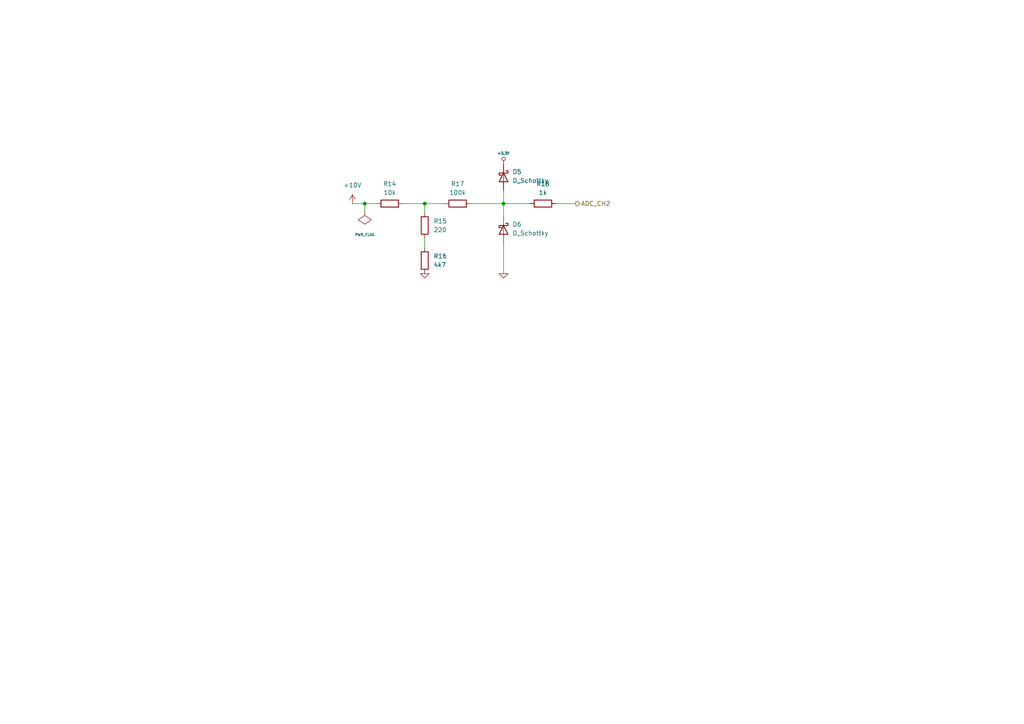
<source format=kicad_sch>
(kicad_sch (version 20211123) (generator eeschema)
  (paper "A4")
  (lib_symbols
    (symbol "Device:D_Schottky" (pin_numbers hide) (pin_names (offset 1.016) hide)
      (property "Reference" "D" (at 0 2.54 0))
      (property "Value" "D_Schottky" (at 0 -2.54 0))
      (symbol "D_Schottky_0_1"
        (polyline (pts (xy 1.27 0) (xy -1.27 0)))
        (polyline (pts (xy 1.27 1.27) (xy 1.27 -1.27) (xy -1.27 0) (xy 1.27 1.27)) (stroke (width 0.254)))
        (polyline (pts (xy -1.905 0.635) (xy -1.905 1.27) (xy -1.27 1.27) (xy -1.27 -1.27) (xy -0.635 -1.27) (xy -0.635 -0.635)) (stroke (width 0.254)))
      )
      (symbol "D_Schottky_1_1"
        (pin passive line (at -3.81 0 0) (length 2.54) (name "K") (number "1"))
        (pin passive line (at 3.81 0 180) (length 2.54) (name "A") (number "2"))
      )
    )
    (symbol "Device:R" (pin_numbers hide) (pin_names (offset 0))
      (property "Reference" "R" (at 2.032 0 90))
      (property "Value" "R" (at 0 0 90))
      (symbol "R_0_1"
        (rectangle (start -1.016 -2.54) (end 1.016 2.54) (stroke (width 0.254)))
      )
      (symbol "R_1_1"
        (pin passive line (at 0 3.81 270) (length 1.27) (name "~") (number "1"))
        (pin passive line (at 0 -3.81 90) (length 1.27) (name "~") (number "2"))
      )
    )
    (symbol "Misc_Poncho_Grande:+3.3V" (power) (pin_names (offset 0))
      (property "Value" "+3.3V" (at 0 2.794 0))
      (symbol "+3.3V_0_0"
        (pin power_in line (at 0 0 90) (length 0) hide (name "+3.3V") (number "1"))
      )
      (symbol "+3.3V_0_1"
        (polyline (pts (xy 0 0) (xy 0 1.016) (xy 0 1.016)))
        (circle (center 0 1.524) (radius 0.508))
      )
    )
    (symbol "Misc_Poncho_Grande:GND" (power) (pin_names (offset 0))
      (symbol "GND_0_1"
        (polyline (pts (xy -1.27 0) (xy 0 -1.27) (xy 1.27 0) (xy -1.27 0)))
      )
      (symbol "GND_1_1"
        (pin power_in line (at 0 0 90) (length 0) hide (name "GND") (number "1"))
      )
    )
    (symbol "Misc_Poncho_Grande:PWR_FLAG" (power) (pin_numbers hide) (pin_names (offset 0) hide)
      (property "Value" "PWR_FLAG" (at 0 4.572 0))
      (symbol "PWR_FLAG_0_0"
        (pin power_out line (at 0 0 90) (length 0) (name "pwr") (number "1"))
      )
      (symbol "PWR_FLAG_0_1"
        (polyline (pts (xy 0 0) (xy 0 1.27) (xy -1.905 2.54) (xy 0 3.81) (xy 1.905 2.54) (xy 0 1.27)))
      )
    )
    (symbol "power:+10V" (power) (pin_names (offset 0))
      (property "Value" "+10V" (at 0 3.556 0))
      (symbol "+10V_0_1"
        (polyline (pts (xy -0.762 1.27) (xy 0 2.54)))
        (polyline (pts (xy 0 0) (xy 0 2.54)))
        (polyline (pts (xy 0 2.54) (xy 0.762 1.27)))
      )
      (symbol "+10V_1_1"
        (pin power_in line (at 0 0 90) (length 0) hide (name "+10V") (number "1"))
      )
    )
  )
  (junction (at 123.19 59.055))
  (junction (at 146.05 59.055))
  (junction (at 105.791 59.055))
  (wire (pts (xy 105.791 61.214) (xy 105.791 59.055)))
  (wire (pts (xy 146.05 55.245) (xy 146.05 59.055)))
  (wire (pts (xy 123.19 69.215) (xy 123.19 71.755)))
  (wire (pts (xy 123.19 59.055) (xy 123.19 61.595)))
  (wire (pts (xy 146.05 59.055) (xy 146.05 62.865)))
  (wire (pts (xy 105.791 59.055) (xy 109.22 59.055)))
  (wire (pts (xy 123.19 59.055) (xy 128.905 59.055)))
  (wire (pts (xy 116.84 59.055) (xy 123.19 59.055)))
  (wire (pts (xy 161.29 59.055) (xy 167.005 59.055)))
  (wire (pts (xy 146.05 70.485) (xy 146.05 79.375)))
  (wire (pts (xy 136.525 59.055) (xy 146.05 59.055)))
  (wire (pts (xy 102.235 59.055) (xy 105.791 59.055)))
  (wire (pts (xy 146.05 59.055) (xy 153.67 59.055)))
  (hierarchical_label "ADC_CH2" (shape output) (at 167.005 59.055 0))
  (symbol (lib_id "Device:R") (at 132.715 59.055 90) (unit 1)
    (property "Reference" "R17" (at 132.715 53.34 90))
    (property "Value" "100k" (at 132.715 55.88 90))
    (property "Footprint" "Resistor_THT:R_Axial_DIN0207_L6.3mm_D2.5mm_P15.24mm_Horizontal" (effects hide))
  )
  (symbol (lib_id "Device:R") (at 123.19 65.405 0) (unit 1)
    (property "Reference" "R15" (at 125.73 64.1349 0) (effects (justify left)))
    (property "Value" "220" (at 125.73 66.6749 0) (effects (justify left)))
    (property "Footprint" "Resistor_THT:R_Axial_DIN0207_L6.3mm_D2.5mm_P15.24mm_Horizontal" (effects hide))
  )
  (symbol (lib_id "Misc_Poncho_Grande:+3.3V") (at 146.05 47.625 0) (unit 1)
    (property "Reference" "#PWR031" (effects hide))
    (property "Value" "+3.3V" (at 146.05 44.45 0) (effects (font (size 0.762 0.762))))
  )
  (symbol (lib_id "Misc_Poncho_Grande:GND") (at 123.19 79.375 0) (unit 1)
    (property "Reference" "#PWR030" (effects hide))
    (property "Value" "GND" (effects hide))
  )
  (symbol (lib_id "Device:R") (at 157.48 59.055 90) (unit 1)
    (property "Reference" "R18" (at 157.48 53.34 90))
    (property "Value" "1k" (at 157.48 55.88 90))
    (property "Footprint" "Resistor_THT:R_Axial_DIN0207_L6.3mm_D2.5mm_P15.24mm_Horizontal" (effects hide))
  )
  (symbol (lib_id "Misc_Poncho_Grande:GND") (at 146.05 79.375 0) (unit 1)
    (property "Reference" "#PWR032" (effects hide))
    (property "Value" "GND" (effects hide))
  )
  (symbol (lib_id "Device:D_Schottky") (at 146.05 66.675 270) (unit 1)
    (property "Reference" "D6" (at 148.59 65.0874 90) (effects (justify left)))
    (property "Value" "D_Schottky" (at 148.59 67.6274 90) (effects (justify left)))
    (property "Footprint" "Diode_THT:D_DO-41_SOD81_P10.16mm_Horizontal" (effects hide))
  )
  (symbol (lib_id "Device:D_Schottky") (at 146.05 51.435 270) (unit 1)
    (property "Reference" "D5" (at 148.59 49.8474 90) (effects (justify left)))
    (property "Value" "D_Schottky" (at 148.59 52.3874 90) (effects (justify left)))
    (property "Footprint" "Diode_THT:D_DO-41_SOD81_P10.16mm_Horizontal" (effects hide))
  )
  (symbol (lib_id "Device:R") (at 123.19 75.565 0) (unit 1)
    (property "Reference" "R16" (at 125.73 74.2949 0) (effects (justify left)))
    (property "Value" "4k7" (at 125.73 76.8349 0) (effects (justify left)))
    (property "Footprint" "Resistor_THT:R_Axial_DIN0207_L6.3mm_D2.5mm_P15.24mm_Horizontal" (effects hide))
  )
  (symbol (lib_id "Device:R") (at 113.03 59.055 270) (unit 1)
    (property "Reference" "R14" (at 113.03 53.34 90))
    (property "Value" "10k" (at 113.03 55.88 90))
    (property "Footprint" "Resistor_THT:R_Axial_DIN0207_L6.3mm_D2.5mm_P15.24mm_Horizontal" (effects hide))
  )
  (symbol (lib_id "power:+10V") (at 102.235 59.055 0) (unit 1)
    (property "Reference" "#PWR029" (effects hide))
    (property "Value" "+10V" (at 102.235 53.721 0))
  )
  (symbol (lib_id "Misc_Poncho_Grande:PWR_FLAG") (at 105.791 61.214 180) (unit 1)
    (property "Reference" "#FLG06" (effects hide))
    (property "Value" "PWR_FLAG" (at 105.791 68.072 0) (effects (font (size 0.762 0.762))))
  )
)
</source>
